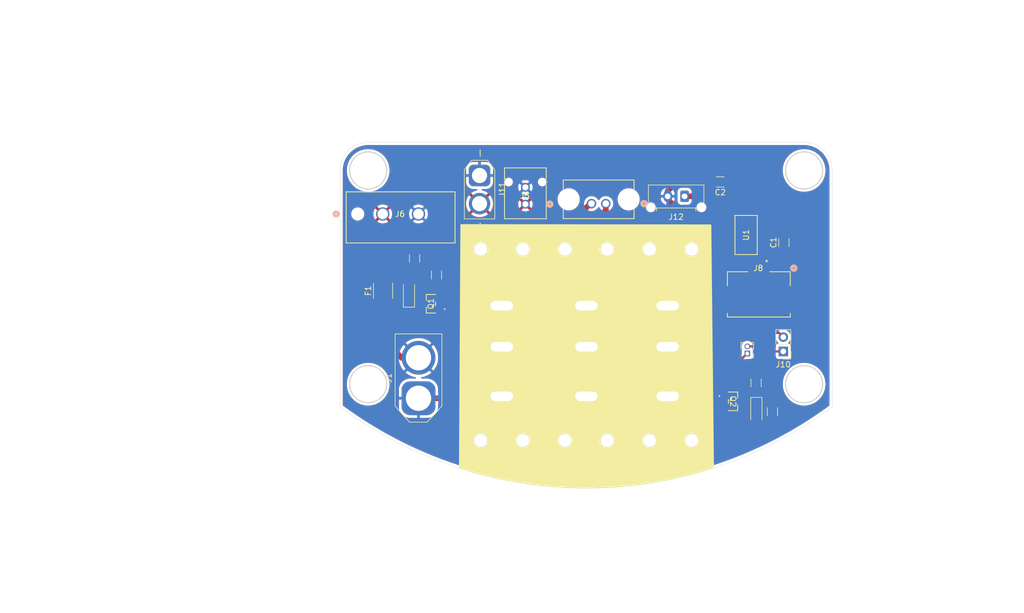
<source format=kicad_pcb>
(kicad_pcb (version 20240108) (generator "pcbnew") (generator_version "8.0")
  (layers (0 "F.Cu" signal) (31 "B.Cu" signal) (34 "B.Paste" user) (35 "F.Paste" user) (36 "B.SilkS" user "B.Silkscreen") (37 "F.SilkS" user "F.Silkscreen") (38 "B.Mask" user) (39 "F.Mask" user) (44 "Edge.Cuts" user))
  (net 0 "")
  (net 1 "Net-(DZ1-K)")
  (net 2 "Net-(DZ1-A)")
  (net 3 "GND")
  (net 4 "Net-(DZ2-A)")
  (net 5 "Net-(DZ2-K)")
  (net 6 "7v4")
  (net 8 "Net-(J2-Pin_1)")
  (net 9 "Net-(J2-Pin_2)")
  (net 11 "Net-(Q2-D)")
  (net 13 "Net-(J12-Pin_1)")
  (net 14 "Net-(J10-Pin_2)")
  (net 15 "Net-(J10-Pin_1)")
  (footprint "Resistor_SMD:R_1206_3216Metric" (layer "F.Cu") (at 132.866 147.9025 90)
    (property "Reference" "PWR_R2" (hide yes))
    (property "Value" "100k")
    (fp_line (start -0.727064 -0.91) (end 0.727064 -0.91) (stroke (width 0.12)) (layer "F.SilkS"))
    (fp_line (start -0.727064 0.91) (end 0.727064 0.91) (stroke (width 0.12)) (layer "F.SilkS"))
    (pad "1" smd roundrect (at -1.4625 0 90) (size 1.125 1.75) (layers "F.Cu" "F.Paste" "F.Mask") (roundrect_rratio 0.222222) (net 4 "Net-(DZ2-A)"))
    (pad "2" smd roundrect (at 1.4625 0 90) (size 1.125 1.75) (layers "F.Cu" "F.Paste" "F.Mask") (roundrect_rratio 0.222222) (net 15 "Net-(J10-Pin_1)"))
  )
  (footprint "footprints:CONN_70545-xxxx_02_MOL" (layer "F.Cu") (at 103.25 110.9)
    (property "Reference" "J2" (hide yes))
    (property "Value" "Screw_Terminal_01x02" (hide yes))
    (fp_circle (center 6.8072 0) (end 7.1882 0) (stroke (width 0.508)) (fill none) (layer "B.SilkS"))
    (fp_line (start -7.5692 -4.191) (end -7.5692 -2.581819) (stroke (width 0.1524)) (layer "F.SilkS"))
    (fp_line (start -7.5692 1.057819) (end -7.5692 2.667) (stroke (width 0.1524)) (layer "F.SilkS"))
    (fp_line (start -7.5692 2.667) (end 5.0292 2.667) (stroke (width 0.1524)) (layer "F.SilkS"))
    (fp_line (start 5.0292 -4.191) (end -7.5692 -4.191) (stroke (width 0.1524)) (layer "F.SilkS"))
    (fp_line (start 5.0292 -2.581819) (end 5.0292 -4.191) (stroke (width 0.1524)) (layer "F.SilkS"))
    (fp_line (start 5.0292 2.667) (end 5.0292 1.057819) (stroke (width 0.1524)) (layer "F.SilkS"))
    (fp_circle (center 6.8072 0) (end 7.1882 0) (stroke (width 0.508)) (fill none) (layer "F.SilkS"))
    (pad "" np_thru_hole circle (at -6.604 -0.762) (size 3.4544 3.4544) (drill 3.4544) (layers "F&B.Cu" "*.Mask"))
    (pad "" np_thru_hole circle (at 4.064 -0.762) (size 3.4544 3.4544) (drill 3.4544) (layers "F&B.Cu" "*.Mask"))
    (pad "1" thru_hole circle (at 0 0) (size 1.6764 1.6764) (drill 1.1684) (layers "*.Cu" "*.Mask") (net 8 "Net-(J2-Pin_1)"))
    (pad "2" thru_hole circle (at -2.54 0) (size 1.6764 1.6764) (drill 1.1684) (layers "*.Cu" "*.Mask") (net 9 "Net-(J2-Pin_2)"))
  )
  (footprint "Capacitor_SMD:C_1206_3216Metric" (layer "F.Cu") (at 129.966 142.7775 90)
    (property "Reference" "C7" (hide yes))
    (property "Value" "1uF")
    (fp_line (start -0.711252 -0.91) (end 0.711252 -0.91) (stroke (width 0.12)) (layer "F.SilkS"))
    (fp_line (start -0.711252 0.91) (end 0.711252 0.91) (stroke (width 0.12)) (layer "F.SilkS"))
    (pad "1" smd roundrect (at -1.475 0 90) (size 1.15 1.8) (layers "F.Cu" "F.Paste" "F.Mask") (roundrect_rratio 0.217391) (net 5 "Net-(DZ2-K)"))
    (pad "2" smd roundrect (at 1.475 0 90) (size 1.15 1.8) (layers "F.Cu" "F.Paste" "F.Mask") (roundrect_rratio 0.217391) (net 15 "Net-(J10-Pin_1)"))
  )
  (footprint "Library:Omrun_SS-01GL13" (layer "F.Cu") (at 114.25 136.35 90)
    (property "Reference" "SW3" (at 0 3.5 90) (layer "F.SilkS") (effects (font (thickness 0.1))))
    (property "Value" "SW_Nidec_CAS-120A1")
    (fp_rect (start -11 -3.25) (end 9 3.25) (stroke (width 0.1)) (fill none) (layer "F.SilkS"))
    (pad "1" thru_hole rect (at -8.8 0 90) (size 2.2 4.5) (drill oval 1.7 4) (layers "*.Cu" "*.Mask") (net 11 "Net-(Q2-D)"))
    (pad "2" thru_hole rect (at 0 0 90) (size 2.2 4.5) (drill oval 1.7 4) (layers "*.Cu" "*.Mask") (net 14 "Net-(J10-Pin_2)"))
    (pad "3" thru_hole rect (at 7.3 0 90) (size 2.2 4.5) (drill oval 1.7 4) (layers "*.Cu" "*.Mask"))
  )
  (footprint "Library:Omrun_SS-01GL13" (layer "F.Cu") (at 99.8 136.35 90)
    (property "Reference" "SW2" (at 0 3.5 90) (layer "F.SilkS") (effects (font (thickness 0.1))))
    (property "Value" "SW_Nidec_CAS-120A1")
    (fp_rect (start -11 -3.25) (end 9 3.25) (stroke (width 0.1)) (fill none) (layer "F.SilkS"))
    (pad "1" thru_hole rect (at -8.8 0 90) (size 2.2 4.5) (drill oval 1.7 4) (layers "*.Cu" "*.Mask") (net 8 "Net-(J2-Pin_1)"))
    (pad "2" thru_hole rect (at 0 0 90) (size 2.2 4.5) (drill oval 1.7 4) (layers "*.Cu" "*.Mask") (net 9 "Net-(J2-Pin_2)"))
    (pad "3" thru_hole rect (at 7.3 0 90) (size 2.2 4.5) (drill oval 1.7 4) (layers "*.Cu" "*.Mask"))
  )
  (footprint "Connector_AMASS:AMASS_XT30U-M_1x02_P5.0mm_Vertical" (layer "F.Cu") (at 80.8 105.9 -90)
    (property "Reference" "J11" (at 2.5 -4 90) (layer "F.SilkS"))
    (property "Value" "Screw_Terminal_01x02" (hide yes))
    (fp_line (start -1.01 2.71) (end 7.71 2.71) (stroke (width 0.12)) (layer "F.SilkS"))
    (fp_line (start -2.71 1.41) (end -1.01 2.71) (stroke (width 0.12)) (layer "F.SilkS"))
    (fp_line (start -2.71 -1.41) (end -2.71 1.41) (stroke (width 0.12)) (layer "F.SilkS"))
    (fp_line (start -2.71 -1.41) (end -1.01 -2.71) (stroke (width 0.12)) (layer "F.SilkS"))
    (fp_line (start -1.01 -2.71) (end 7.71 -2.71) (stroke (width 0.12)) (layer "F.SilkS"))
    (fp_line (start 7.71 -2.71) (end 7.71 2.71) (stroke (width 0.12)) (layer "F.SilkS"))
    (fp_text user "+" (at 9 0 90) (layer "F.SilkS") (effects (font (size 1.5 1.5))))
    (fp_text user "-" (at -4 0 90) (layer "F.SilkS") (effects (font (size 1.5 1.5))))
    (pad "1" thru_hole roundrect (at 0 0 270) (size 3.8 3.8) (drill 2.7) (layers "*.Cu" "*.Mask") (roundrect_rratio 0.2) (net 3 "GND"))
    (pad "2" thru_hole circle (at 5 0 270) (size 3.8 3.8) (drill 2.7) (layers "*.Cu" "*.Mask") (net 6 "7v4"))
  )
  (footprint "Connector_Molex:Molex_Micro-Fit_3.0_43650-0215_1x02_P3.00mm_Vertical" (layer "F.Cu") (at 117.25 109.6 180)
    (property "Reference" "J12" (at 1.5 -3.67 0) (layer "F.SilkS"))
    (property "Value" "Screw_Terminal_01x02" (hide yes))
    (fp_line (start 6.435 2.01) (end 6.435 -1.065) (stroke (width 0.12)) (layer "F.SilkS"))
    (fp_line (start 5.015 -2.08) (end 5.015 -2.58) (stroke (width 0.12)) (layer "F.SilkS"))
    (fp_line (start 5.015 -2.58) (end 4.995 -2.58) (stroke (width 0.12)) (layer "F.SilkS"))
    (fp_line (start -1.995 -2.58) (end -2.015 -2.58) (stroke (width 0.12)) (layer "F.SilkS"))
    (fp_line (start -2.015 -2.08) (end 5.015 -2.08) (stroke (width 0.12)) (layer "F.SilkS"))
    (fp_line (start -2.015 -2.58) (end -2.015 -2.08) (stroke (width 0.12)) (layer "F.SilkS"))
    (fp_line (start -3.435 2.01) (end 6.435 2.01) (stroke (width 0.12)) (layer "F.SilkS"))
    (fp_line (start -3.435 -1.065) (end -3.435 2.01) (stroke (width 0.12)) (layer "F.SilkS"))
    (pad "" np_thru_hole circle (at -3 -1.96 180) (size 1.27 1.27) (drill 1.27) (layers "*.Cu" "*.Mask"))
    (pad "" np_thru_hole circle (at 6 -1.96 180) (size 1.27 1.27) (drill 1.27) (layers "*.Cu" "*.Mask"))
    (pad "1" thru_hole roundrect (at 0 0 180) (size 1.5 2.02) (drill 1.02) (layers "*.Cu" "*.Mask") (roundrect_rratio 0.166667) (net 13 "Net-(J12-Pin_1)"))
    (pad "2" thru_hole oval (at 3 0 180) (size 1.5 2.02) (drill 1.02) (layers "*.Cu" "*.Mask") (net 3 "GND"))
  )
  (footprint "Diode_SMD:D_SOD-123" (layer "F.Cu") (at 130.016 147.7025 -90)
    (property "Reference" "DZ2" (hide yes))
    (property "Value" "SZMMSZ4679T1G" (hide yes))
    (fp_line (start -2.36 1) (end 1.65 1) (stroke (width 0.12)) (layer "F.SilkS"))
    (fp_line (start -2.36 -1) (end -2.36 1) (stroke (width 0.12)) (layer "F.SilkS"))
    (fp_line (start -2.36 -1) (end 1.65 -1) (stroke (width 0.12)) (layer "F.SilkS"))
    (pad "1" smd roundrect (at -1.65 0 270) (size 0.9 1.2) (layers "F.Cu" "F.Paste" "F.Mask") (net 5 "Net-(DZ2-K)"))
    (pad "2" smd roundrect (at 1.65 0 270) (size 0.9 1.2) (layers "F.Cu" "F.Paste" "F.Mask") (net 4 "Net-(DZ2-A)"))
  )
  (footprint "Connector_AMASS:AMASS_XT60-F_1x02_P7.20mm_Vertical" (layer "F.Cu") (at 69.95 145.5 90)
    (property "Reference" "J1" (at 3.6 -5.3 90) (layer "F.SilkS"))
    (property "Value" "Screw_Terminal_01x02" (hide yes))
    (fp_line (start 11.45 -4.15) (end -1.4 -4.15) (stroke (width 0.12)) (layer "F.SilkS"))
    (fp_line (start -1.4 -4.15) (end -4.25 -1.6) (stroke (width 0.12)) (layer "F.SilkS"))
    (fp_line (start -4.25 -1.6) (end -4.25 1.55) (stroke (width 0.12)) (layer "F.SilkS"))
    (fp_line (start -4.25 1.55) (end -1.4 4.15) (stroke (width 0.12)) (layer "F.SilkS"))
    (fp_line (start 11.45 4.15) (end 11.45 -4.15) (stroke (width 0.12)) (layer "F.SilkS"))
    (fp_line (start -1.4 4.15) (end 11.45 4.15) (stroke (width 0.12)) (layer "F.SilkS"))
    (pad "1" thru_hole roundrect (at 0 0 90) (size 6 6) (drill 4.5) (layers "*.Cu" "*.Mask") (net 3 "GND"))
    (pad "2" thru_hole circle (at 7.2 0 90) (size 6 6) (drill 4.5) (layers "*.Cu" "*.Mask") (net 3 "GND"))
  )
  (footprint "Capacitor_SMD:C_1206_3216Metric" (layer "F.Cu") (at 134.9 117.825 90)
    (property "Reference" "C1" (at 0 -1.85 90) (layer "F.SilkS"))
    (property "Value" "1uF")
    (fp_line (start -0.711252 -0.91) (end 0.711252 -0.91) (stroke (width 0.12)) (layer "F.SilkS"))
    (fp_line (start -0.711252 0.91) (end 0.711252 0.91) (stroke (width 0.12)) (layer "F.SilkS"))
    (pad "1" smd roundrect (at -1.475 0 90) (size 1.15 1.8) (layers "F.Cu" "F.Paste" "F.Mask") (roundrect_rratio 0.217391) (net 6 "7v4"))
    (pad "2" smd roundrect (at 1.475 0 90) (size 1.15 1.8) (layers "F.Cu" "F.Paste" "F.Mask") (roundrect_rratio 0.217391) (net 3 "GND"))
  )
  (footprint "3mm header 2x1:CONN_SD-44067-001_02_MOL" (layer "F.Cu") (at 88.95 110.9972)
    (property "Reference" "J5" (at -0.1016 -1.4986 0) (layer "F.SilkS"))
    (property "Value" "Screw_Terminal_01x02" (hide yes))
    (fp_arc (start 3.9624 0) (mid 4.3434 -0.381) (end 4.7244 0) (stroke (width 0.508)) (layer "B.SilkS"))
    (fp_arc (start 4.7244 0) (mid 4.3434 0.381) (end 3.9624 0) (stroke (width 0.508)) (layer "B.SilkS"))
    (fp_line (start -3.7084 -6.4516) (end -3.7084 -4.445) (stroke (width 0.1524)) (layer "F.SilkS"))
    (fp_line (start -3.7084 -3.429) (end -3.7084 2.5908) (stroke (width 0.1524)) (layer "F.SilkS"))
    (fp_line (start -3.7084 2.5908) (end 3.7084 2.5908) (stroke (width 0.1524)) (layer "F.SilkS"))
    (fp_line (start 3.7084 -6.4516) (end -3.7084 -6.4516) (stroke (width 0.1524)) (layer "F.SilkS"))
    (fp_line (start 3.7084 -4.445) (end 3.7084 -6.4516) (stroke (width 0.1524)) (layer "F.SilkS"))
    (fp_line (start 3.7084 2.5908) (end 3.7084 -3.429) (stroke (width 0.1524)) (layer "F.SilkS"))
    (fp_arc (start 3.9624 0) (mid 4.3434 -0.381) (end 4.7244 0) (stroke (width 0.508)) (layer "F.SilkS"))
    (fp_arc (start 4.7244 0) (mid 4.3434 0.381) (end 3.9624 0) (stroke (width 0.508)) (layer "F.SilkS"))
    (pad "" np_thru_hole circle (at -2.9972 -3.937) (size 1.0668 1.0668) (drill 1.0668) (layers "*.Cu" "*.Mask"))
    (pad "" np_thru_hole circle (at 2.9972 -3.937) (size 1.0668 1.0668) (drill 1.0668) (layers "*.Cu" "*.Mask"))
    (pad "1" thru_hole circle (at 0 0) (size 1.5748 1.5748) (drill 1.0668) (layers "*.Cu" "*.Mask") (net 6 "7v4"))
    (pad "2" thru_hole circle (at 0 -2.9972) (size 1.5748 1.5748) (drill 1.0668) (layers "*.Cu" "*.Mask") (net 3 "GND"))
  )
  (footprint "Fuse:Fuse_1812_4532Metric" (layer "F.Cu") (at 63.65 126.4 90)
    (property "Reference" "F1" (at 0 -2.65 90) (layer "F.SilkS"))
    (property "Value" "Polyfuse" (hide yes))
    (fp_line (start -1.386252 -1.71) (end 1.386252 -1.71) (stroke (width 0.12)) (layer "F.SilkS"))
    (fp_line (start -1.386252 1.71) (end 1.386252 1.71) (stroke (width 0.12)) (layer "F.SilkS"))
    (pad "1" smd roundrect (at -2.1375 0 90) (size 1.125 3.4) (layers "F.Cu" "F.Paste" "F.Mask") (roundrect_rratio 0.222222) (net 1 "Net-(DZ1-K)"))
    (pad "2" smd roundrect (at 2.1375 0 90) (size 1.125 3.4) (layers "F.Cu" "F.Paste" "F.Mask") (roundrect_rratio 0.222222) (net 6 "7v4"))
  )
  (footprint "Library:Omrun_SS-01GL13" (layer "F.Cu") (at 84.75 136.35 90)
    (property "Reference" "SW1" (at 0 3.5 90) (layer "F.SilkS") (effects (font (thickness 0.1))))
    (property "Value" "SW_Nidec_CAS-120A1")
    (fp_rect (start -11 -3.25) (end 9 3.25) (stroke (width 0.1)) (fill none) (layer "F.SilkS"))
    (pad "1" thru_hole rect (at -8.8 0 90) (size 2.2 4.5) (drill oval 1.7 4) (layers "*.Cu" "*.Mask") (net 3 "GND"))
    (pad "2" thru_hole rect (at 0 0 90) (size 2.2 4.5) (drill oval 1.7 4) (layers "*.Cu" "*.Mask") (net 3 "GND"))
    (pad "3" thru_hole rect (at 7.3 0 90) (size 2.2 4.5) (drill oval 1.7 4) (layers "*.Cu" "*.Mask"))
  )
  (footprint "Diode_SMD:D_SOD-123" (layer "F.Cu") (at 68.25 126.95 90)
    (property "Reference" "DZ1" (hide yes))
    (property "Value" "SZMMSZ4679T1G" (hide yes))
    (fp_line (start -2.36 -1) (end 1.65 -1) (stroke (width 0.12)) (layer "F.SilkS"))
    (fp_line (start -2.36 -1) (end -2.36 1) (stroke (width 0.12)) (layer "F.SilkS"))
    (fp_line (start -2.36 1) (end 1.65 1) (stroke (width 0.12)) (layer "F.SilkS"))
    (pad "1" smd roundrect (at -1.65 0 90) (size 0.9 1.2) (layers "F.Cu" "F.Paste" "F.Mask") (net 1 "Net-(DZ1-K)"))
    (pad "2" smd roundrect (at 1.65 0 90) (size 0.9 1.2) (layers "F.Cu" "F.Paste" "F.Mask") (net 2 "Net-(DZ1-A)"))
  )
  (footprint "Capacitor_SMD:C_1206_3216Metric" (layer "F.Cu") (at 123.6 107.05 180)
    (property "Reference" "C2" (at 0 -1.85 0) (layer "F.SilkS"))
    (property "Value" "1uF")
    (fp_line (start -0.711252 0.91) (end 0.711252 0.91) (stroke (width 0.12)) (layer "F.SilkS"))
    (fp_line (start -0.711252 -0.91) (end 0.711252 -0.91) (stroke (width 0.12)) (layer "F.SilkS"))
    (pad "1" smd roundrect (at -1.475 0 180) (size 1.15 1.8) (layers "F.Cu" "F.Paste" "F.Mask") (roundrect_rratio 0.217391) (net 13 "Net-(J12-Pin_1)"))
    (pad "2" smd roundrect (at 1.475 0 180) (size 1.15 1.8) (layers "F.Cu" "F.Paste" "F.Mask") (roundrect_rratio 0.217391) (net 3 "GND"))
  )
  (footprint "Connector_PinHeader_1.27mm:PinHeader_1x02_P1.27mm_Vertical" (layer "F.Cu") (at 128.4 137.55 180)
    (property "Reference" "J9" (hide yes))
    (property "Value" "Screw_Terminal_01x02" (hide yes))
    (fp_line (start 1.11 0.76) (end 1.11 1.965) (stroke (width 0.12)) (layer "F.SilkS"))
    (fp_line (start 0.563471 0.76) (end 1.11 0.76) (stroke (width 0.12)) (layer "F.SilkS"))
    (fp_line (start 0.30753 1.965) (end 1.11 1.965) (stroke (width 0.12)) (layer "F.SilkS"))
    (fp_line (start -1.11 1.965) (end -0.30753 1.965) (stroke (width 0.12)) (layer "F.SilkS"))
    (fp_line (start -1.11 0.76) (end -0.563471 0.76) (stroke (width 0.12)) (layer "F.SilkS"))
    (fp_line (start -1.11 0.76) (end -1.11 1.965) (stroke (width 0.12)) (layer "F.SilkS"))
    (fp_line (start -1.11 0) (end -1.11 -0.76) (stroke (width 0.12)) (layer "F.SilkS"))
    (fp_line (start -1.11 -0.76) (end 0 -0.76) (stroke (width 0.12)) (layer "F.SilkS"))
    (pad "1" thru_hole rect (at 0 0 180) (size 1 1) (drill 0.65) (layers "*.Cu" "*.Mask") (net 5 "Net-(DZ2-K)"))
    (pad "2" thru_hole oval (at 0 1.27 180) (size 1 1) (drill 0.65) (layers "*.Cu" "*.Mask") (net 15 "Net-(J10-Pin_1)"))
  )
  (footprint "Resistor_SMD:R_1206_3216Metric" (layer "F.Cu") (at 73.15 123.5875 90)
    (property "Reference" "PWR_R1" (hide yes))
    (property "Value" "100k" (hide yes))
    (fp_line (start -0.727064 -0.91) (end 0.727064 -0.91) (stroke (width 0.12)) (layer "F.SilkS"))
    (fp_line (start -0.727064 0.91) (end 0.727064 0.91) (stroke (width 0.12)) (layer "F.SilkS"))
    (pad "1" smd roundrect (at -1.4625 0 90) (size 1.125 1.75) (layers "F.Cu" "F.Paste" "F.Mask") (roundrect_rratio 0.222222) (net 2 "Net-(DZ1-A)"))
    (pad "2" smd roundrect (at 1.4625 0 90) (size 1.125 1.75) (layers "F.Cu" "F.Paste" "F.Mask") (roundrect_rratio 0.222222) (net 3 "GND"))
  )
  (footprint "footprints:CONN02_560020_MOL" (layer "F.Cu") (at 130.45 127.048903)
    (property "Reference" "J8" (at -0.1016 -4.6736 0) (layer "F.SilkS"))
    (property "Value" "Screw_Terminal_01x02" (hide yes))
    (fp_arc (start 5.842 -4.6736) (mid 6.223 -5.0546) (end 6.604 -4.6736) (stroke (width 0.508)) (layer "B.SilkS"))
    (fp_arc (start 6.604 -4.6736) (mid 6.223 -4.2926) (end 5.842 -4.6736) (stroke (width 0.508)) (layer "B.SilkS"))
    (fp_line (start -5.588 -4.0386) (end -5.588 -1.5494) (stroke (width 0.1524)) (layer "F.SilkS"))
    (fp_line (start -5.588 3.3528) (end -5.588 4.0132) (stroke (width 0.1524)) (layer "F.SilkS"))
    (fp_line (start -5.588 4.0132) (end 5.588 4.0132) (stroke (width 0.1524)) (layer "F.SilkS"))
    (fp_line (start -1.9558 -4.0386) (end -5.588 -4.0386) (stroke (width 0.1524)) (layer "F.SilkS"))
    (fp_line (start 5.588 -4.0386) (end 1.9558 -4.0386) (stroke (width 0.1524)) (layer "F.SilkS"))
    (fp_line (start 5.588 -1.5494) (end 5.588 -4.0386) (stroke (width 0.1524)) (layer "F.SilkS"))
    (fp_line (start 5.588 4.0132) (end 5.588 3.3528) (stroke (width 0.1524)) (layer "F.SilkS"))
    (fp_arc (start 5.842 -4.6736) (mid 6.223 -5.0546) (end 6.604 -4.6736) (stroke (width 0.508)) (layer "F.SilkS"))
    (fp_arc (start 6.604 -4.6736) (mid 6.223 -4.2926) (end 5.842 -4.6736) (stroke (width 0.508)) (layer "F.SilkS"))
    (pad "1" smd rect (at 1 -4.6789) (size 1.2446 2.2606) (layers "F.Cu" "F.Paste" "F.Mask") (net 6 "7v4"))
    (pad "2" smd rect (at -1 -4.6789) (size 1.2446 2.2606) (layers "F.Cu" "F.Paste" "F.Mask") (net 3 "GND"))
    (pad "3" smd rect (at -4.6 0.901097) (size 2.0574 4.2418) (layers "F.Cu" "F.Paste" "F.Mask"))
    (pad "4" smd rect (at 4.6 0.901097) (size 2.0574 4.2418) (layers "F.Cu" "F.Paste" "F.Mask"))
  )
  (footprint "Capacitor_SMD:C_1206_3216Metric" (layer "F.Cu") (at 69.25 120.625 -90)
    (property "Reference" "C8" (hide yes))
    (property "Value" "1uF")
    (fp_line (start -0.711252 0.91) (end 0.711252 0.91) (stroke (width 0.12)) (layer "F.SilkS"))
    (fp_line (start -0.711252 -0.91) (end 0.711252 -0.91) (stroke (width 0.12)) (layer "F.SilkS"))
    (pad "1" smd roundrect (at -1.475 0 270) (size 1.15 1.8) (layers "F.Cu" "F.Paste" "F.Mask") (roundrect_rratio 0.217391) (net 6 "7v4"))
    (pad "2" smd roundrect (at 1.475 0 270) (size 1.15 1.8) (layers "F.Cu" "F.Paste" "F.Mask") (roundrect_rratio 0.217391) (net 3 "GND"))
  )
  (footprint "NTR4101PT1G:SOT-23-3_1P4X3P040_ONS" (layer "F.Cu") (at 72.1579 128.7 90)
    (property "Reference" "Q1" (at 0 0 90) (layer "F.SilkS"))
    (property "Value" "NTR4101PT1G" (hide yes))
    (fp_line (start 1.651 -0.8255) (end 0.61214 -0.8255) (stroke (width 0.1524)) (layer "F.SilkS"))
    (fp_line (start -0.61214 -0.8255) (end -1.651 -0.8255) (stroke (width 0.1524)) (layer "F.SilkS"))
    (fp_line (start -1.651 -0.8255) (end -1.651 0.8255) (stroke (width 0.1524)) (layer "F.SilkS"))
    (fp_line (start 1.651 0.8255) (end 1.651 -0.8255) (stroke (width 0.1524)) (layer "F.SilkS"))
    (fp_line (start -0.34036 0.8255) (end 0.34036 0.8255) (stroke (width 0.1524)) (layer "F.SilkS"))
    (fp_circle (center -0.9525 2.4384) (end -0.8763 2.4384) (stroke (width 0.1524)) (fill none) (layer "F.SilkS"))
    (pad "1" smd rect (at -0.9525 1.016 90) (size 0.5588 1.3208) (layers "F.Cu" "F.Paste" "F.Mask") (net 3 "GND"))
    (pad "2" smd rect (at 0.9525 1.016 90) (size 0.5588 1.3208) (layers "F.Cu" "F.Paste" "F.Mask") (net 2 "Net-(DZ1-A)"))
    (pad "3" smd rect (at 0 -1.016 90) (size 0.5588 1.3208) (layers "F.Cu" "F.Paste" "F.Mask") (net 1 "Net-(DZ1-K)"))
  )
  (footprint "Connector_PinHeader_2.54mm:PinHeader_1x02_P2.54mm_Vertical" (layer "F.Cu") (at 134.8 137.175 180)
    (property "Reference" "J10" (at 0 -2.33 0) (layer "F.SilkS"))
    (property "Value" "Screw_Terminal_01x02" (hide yes))
    (fp_line (start 1.33 1.27) (end 1.33 3.87) (stroke (width 0.12)) (layer "F.SilkS"))
    (fp_line (start -1.33 3.87) (end 1.33 3.87) (stroke (width 0.12)) (layer "F.SilkS"))
    (fp_line (start -1.33 1.27) (end 1.33 1.27) (stroke (width 0.12)) (layer "F.SilkS"))
    (fp_line (start -1.33 1.27) (end -1.33 3.87) (stroke (width 0.12)) (layer "F.SilkS"))
    (fp_line (start -1.33 0) (end -1.33 -1.33) (stroke (width 0.12)) (layer "F.SilkS"))
    (fp_line (start -1.33 -1.33) (end 0 -1.33) (stroke (width 0.12)) (layer "F.SilkS"))
    (pad "1" thru_hole rect (at 0 0 180) (size 1.7 1.7) (drill 1) (layers "*.Cu" "*.Mask") (net 15 "Net-(J10-Pin_1)"))
    (pad "2" thru_hole oval (at 0 2.54 180) (size 1.7 1.7) (drill 1) (layers "*.Cu" "*.Mask") (net 14 "Net-(J10-Pin_2)"))
  )
  (footprint "NTR4101PT1G:SOT-23-3_1P4X3P040_ONS" (layer "F.Cu") (at 125.866 146.0525 -90)
    (property "Reference" "Q2" (at 0 0 -90) (layer "F.SilkS"))
    (property "Value" "NTR4101PT1G" (hide yes))
    (fp_line (start -0.34036 0.8255) (end 0.34036 0.8255) (stroke (width 0.1524)) (layer "F.SilkS"))
    (fp_line (start 1.651 0.8255) (end 1.651 -0.8255) (stroke (width 0.1524)) (layer "F.SilkS"))
    (fp_line (start -1.651 -0.8255) (end -1.651 0.8255) (stroke (width 0.1524)) (layer "F.SilkS"))
    (fp_line (start -0.61214 -0.8255) (end -1.651 -0.8255) (stroke (width 0.1524)) (layer "F.SilkS"))
    (fp_line (start 1.651 -0.8255) (end 0.61214 -0.8255) (stroke (width 0.1524)) (layer "F.SilkS"))
    (fp_circle (center -0.9525 2.4384) (end -0.8763 2.4384) (stroke (width 0.1524)) (fill none) (layer "F.SilkS"))
    (pad "1" smd rect (at -0.9525 1.016 270) (size 0.5588 1.3208) (layers "F.Cu" "F.Paste" "F.Mask") (net 11 "Net-(Q2-D)"))
    (pad "2" smd rect (at 0.9525 1.016 270) (size 0.5588 1.3208) (layers "F.Cu" "F.Paste" "F.Mask") (net 4 "Net-(DZ2-A)"))
    (pad "3" smd rect (at 0 -1.016 270) (size 0.5588 1.3208) (layers "F.Cu" "F.Paste" "F.Mask") (net 5 "Net-(DZ2-K)"))
  )
  (footprint "footprints:CONN_SDA_43255-00XX_02_MOL" (layer "F.Cu") (at 63.5934 112.7404)
    (property "Reference" "J6" (at 3.0734 0 0) (layer "F.SilkS"))
    (property "Value" "Screw_Terminal_01x02" (hide yes))
    (fp_arc (start -8.6614 0) (mid -8.2804 -0.381) (end -7.8994 0) (stroke (width 0.508)) (layer "B.SilkS"))
    (fp_arc (start -7.8994 0) (mid -8.2804 0.381) (end -8.6614 0) (stroke (width 0.508)) (layer "B.SilkS"))
    (fp_line (start -6.5024 -3.937) (end -6.5024 5.1562) (stroke (width 0.1524)) (layer "F.SilkS"))
    (fp_line (start -6.5024 5.1562) (end 12.8524 5.1562) (stroke (width 0.1524)) (layer "F.SilkS"))
    (fp_line (start 12.8524 -3.937) (end -6.5024 -3.937) (stroke (width 0.1524)) (layer "F.SilkS"))
    (fp_line (start 12.8524 5.1562) (end 12.8524 -3.937) (stroke (width 0.1524)) (layer "F.SilkS"))
    (fp_arc (start -8.6614 0) (mid -8.2804 -0.381) (end -7.8994 0) (stroke (width 0.508)) (layer "F.SilkS"))
    (fp_arc (start -7.8994 0) (mid -8.2804 0.381) (end -8.6614 0) (stroke (width 0.508)) (layer "F.SilkS"))
    (pad "" np_thru_hole circle (at -4.445 0) (size 1.8542 1.8542) (drill 1.8542) (layers "*.Cu" "*.Mask"))
    (pad "1" thru_hole circle (at 0 0) (size 2.3622 2.3622) (drill 1.8542) (layers "*.Cu" "*.Mask") (net 6 "7v4"))
    (pad "2" thru_hole circle (at 6.35 0) (size 2.3622 2.3622) (drill 1.8542) (layers "*.Cu" "*.Mask") (net 3 "GND"))
  )
  (footprint "fyuu:SOT-223_S_MCH" (layer "F.Cu") (at 128.1861 116.4778 90)
    (property "Reference" "U1" (at 0 0 90) (layer "F.SilkS"))
    (property "Value" "LDO_4v2-MIC5209-4.2YS-TR" (hide yes))
    (fp_line (start 3.4798 -1.9812) (end -3.4798 -1.9812) (stroke (width 0.1524)) (layer "F.SilkS"))
    (fp_line (start -3.4798 -1.9812) (end -3.4798 1.9812) (stroke (width 0.1524)) (layer "F.SilkS"))
    (fp_line (start 3.4798 1.9812) (end 3.4798 -1.9812) (stroke (width 0.1524)) (layer "F.SilkS"))
    (fp_line (start -3.4798 1.9812) (end 3.4798 1.9812) (stroke (width 0.1524)) (layer "F.SilkS"))
    (fp_circle (center -4.6228 3.6449) (end -4.4958 3.6449) (stroke (width 0.1524)) (fill none) (layer "F.SilkS"))
    (pad "1" smd rect (at -2.3 3.2639 90) (size 0.9144 1.4732) (layers "F.Cu" "F.Paste" "F.Mask") (net 6 "7v4"))
    (pad "2" smd rect (at 0 3.2639 90) (size 0.9144 1.4732) (layers "F.Cu" "F.Paste" "F.Mask") (net 3 "GND"))
    (pad "3" smd rect (at 2.3 3.2639 90) (size 0.9144 1.4732) (layers "F.Cu" "F.Paste" "F.Mask") (net 13 "Net-(J12-Pin_1)"))
    (pad "4" smd rect (at 0 -3.2639 90) (size 3.2004 1.4732) (layers "F.Cu" "F.Paste" "F.Mask") (net 3 "GND"))
  )
  (gr_circle (center 118.5 153) (end 119.7 153) (stroke (width 0.05)) (fill none) (layer "Edge.Cuts"))
  (gr_circle (center 138.5 143) (end 141.8 143) (stroke (width 0.2)) (fill none) (layer "Edge.Cuts"))
  (gr_circle (center 81 153) (end 82.2 153) (stroke (width 0.05)) (fill none) (layer "Edge.Cuts"))
  (gr_circle (center 96 119) (end 97.2 119) (stroke (width 0.05)) (fill none) (layer "Edge.Cuts"))
  (gr_line (start 143.5 105) (end 143.5 147.05) (stroke (width 0.05)) (layer "Edge.Cuts"))
  (gr_circle (center 88.5 153) (end 89.7 153) (stroke (width 0.05)) (fill none) (layer "Edge.Cuts"))
  (gr_circle (center 118.5 119) (end 119.7 119) (stroke (width 0.05)) (fill none) (layer "Edge.Cuts"))
  (gr_circle (center 103.5 119) (end 104.7 119) (stroke (width 0.05)) (fill none) (layer "Edge.Cuts"))
  (gr_circle (center 138.5 105) (end 141.8 105) (stroke (width 0.2)) (fill none) (layer "Edge.Cuts"))
  (gr_arc (start 56 105) (mid 57.464466 101.464466) (end 61 100) (stroke (width 0.05)) (layer "Edge.Cuts"))
  (gr_circle (center 61 143) (end 64.3 143) (stroke (width 0.2)) (fill none) (layer "Edge.Cuts"))
  (gr_circle (center 96 153) (end 97.2 153) (stroke (width 0.05)) (fill none) (layer "Edge.Cuts"))
  (gr_line (start 56 105) (end 56 147.05) (stroke (width 0.05)) (layer "Edge.Cuts"))
  (gr_circle (center 81 119) (end 82.2 119) (stroke (width 0.05)) (fill none) (layer "Edge.Cuts"))
  (gr_line (start 61 100) (end 138.5 100) (stroke (width 0.05)) (layer "Edge.Cuts"))
  (gr_arc (start 138.5 100) (mid 142.035534 101.464466) (end 143.5 105) (stroke (width 0.05)) (layer "Edge.Cuts"))
  (gr_circle (center 88.5 119) (end 89.7 119) (stroke (width 0.05)) (fill none) (layer "Edge.Cuts"))
  (gr_circle (center 111 153) (end 112.2 153) (stroke (width 0.05)) (fill none) (layer "Edge.Cuts"))
  (gr_arc (start 143.499999 147.049999) (mid 99.75 161.491256) (end 56.000001 147.049999) (stroke (width 0.05)) (layer "Edge.Cuts"))
  (gr_circle (center 61 105) (end 64.3 105) (stroke (width 0.2)) (fill none) (layer "Edge.Cuts"))
  (gr_circle (center 103.5 153) (end 104.7 153) (stroke (width 0.05)) (fill none) (layer "Edge.Cuts"))
  (gr_circle (center 111 119) (end 112.2 119) (stroke (width 0.05)) (fill none) (layer "Edge.Cuts"))
  (segment (start 68.35 128.7) (end 68.25 128.6) (width 1) (layer "F.Cu") (net 1))
  (segment (start 68.1875 128.5375) (end 68.25 128.6) (width 1) (layer "F.Cu") (net 1))
  (segment (start 63.65 128.5375) (end 68.1875 128.5375) (width 1) (layer "F.Cu") (net 1))
  (segment (start 71.1419 128.7) (end 68.35 128.7) (width 1) (layer "F.Cu") (net 1))
  (segment (start 73.15 125.05) (end 73.15 127.7236) (width 1) (layer "F.Cu") (net 2))
  (segment (start 73.15 127.7236) (end 73.1739 127.7475) (width 1) (layer "F.Cu") (net 2))
  (segment (start 68.25 125.3) (end 72.9 125.3) (width 1) (layer "F.Cu") (net 2))
  (segment (start 72.9 125.3) (end 73.15 125.05) (width 1) (layer "F.Cu") (net 2))
  (segment (start 69.95 145.5) (end 84.7 145.5) (width 1) (layer "F.Cu") (net 3))
  (segment (start 114.25 110.15) (end 120.5778 116.4778) (width 1) (layer "F.Cu") (net 3))
  (segment (start 61.9 122.1) (end 59.3 124.7) (width 1) (layer "F.Cu") (net 3))
  (segment (start 124.95 116.45) (end 124.9222 116.4778) (width 1) (layer "F.Cu") (net 3))
  (segment (start 59.3 124.7) (end 59.3 130.65) (width 1) (layer "F.Cu") (net 3))
  (segment (start 129.45 121.0056) (end 124.9222 116.4778) (width 1) (layer "F.Cu") (net 3))
  (segment (start 115.85 107.05) (end 114.25 108.65) (width 1) (layer "F.Cu") (net 3))
  (segment (start 114.25 109.6) (end 114.25 110.15) (width 1) (layer "F.Cu") (net 3))
  (segment (start 120.5778 116.4778) (end 124.9222 116.4778) (width 1) (layer "F.Cu") (net 3))
  (segment (start 69.275 122.125) (end 69.25 122.1) (width 1) (layer "F.Cu") (net 3))
  (segment (start 59.3 130.65) (end 66.95 138.3) (width 1) (layer "F.Cu") (net 3))
  (segment (start 77.8025 129.6525) (end 73.1739 129.6525) (width 1) (layer "F.Cu") (net 3))
  (segment (start 69.25 122.1) (end 61.9 122.1) (width 1) (layer "F.Cu") (net 3))
  (segment (start 114.25 108.65) (end 114.25 109.6) (width 1) (layer "F.Cu") (net 3))
  (segment (start 84.75 136.6) (end 77.8025 129.6525) (width 1) (layer "F.Cu") (net 3))
  (segment (start 129.45 122.370003) (end 129.45 121.0056) (width 1) (layer "F.Cu") (net 3))
  (segment (start 73.15 122.125) (end 69.275 122.125) (width 1) (layer "F.Cu") (net 3))
  (segment (start 84.75 136.65) (end 84.75 136.6) (width 1) (layer "F.Cu") (net 3))
  (segment (start 66.95 138.3) (end 69.95 138.3) (width 1) (layer "F.Cu") (net 3))
  (segment (start 122.125 107.05) (end 115.85 107.05) (width 1) (layer "F.Cu") (net 3))
  (segment (start 131.45 116.4778) (end 124.9222 116.4778) (width 1) (layer "F.Cu") (net 3))
  (segment (start 84.7 145.5) (end 84.75 145.45) (width 1) (layer "F.Cu") (net 3))
  (segment (start 124.85 147.005) (end 127.21 149.365) (width 0.4) (layer "F.Cu") (net 4))
  (segment (start 127.21 149.365) (end 132.866 149.365) (width 0.4) (layer "F.Cu") (net 4))
  (segment (start 129.966 146.0025) (end 130.016 146.0525) (width 0.4) (layer "F.Cu") (net 5))
  (segment (start 128.35 137.55) (end 128.4 137.55) (width 0.4) (layer "F.Cu") (net 5))
  (segment (start 126.882 146.0525) (end 126.882 139.018) (width 0.4) (layer "F.Cu") (net 5))
  (segment (start 126.882 146.0525) (end 130.016 146.0525) (width 0.4) (layer "F.Cu") (net 5))
  (segment (start 129.9716 146.7) (end 129.9741 146.7025) (width 0.4) (layer "F.Cu") (net 5))
  (segment (start 129.966 144.2525) (end 129.966 146.0025) (width 0.4) (layer "F.Cu") (net 5))
  (segment (start 129.966 146.6944) (end 129.9741 146.7025) (width 0.4) (layer "F.Cu") (net 5))
  (segment (start 126.882 139.018) (end 128.35 137.55) (width 0.4) (layer "F.Cu") (net 5))
  (segment (start 103.25 112.15) (end 103.25 110.9) (width 1) (layer "F.Cu") (net 8))
  (segment (start 99.8 145.15) (end 104.5 140.45) (width 1) (layer "F.Cu") (net 8))
  (segment (start 104.5 126.55) (end 101.297559 123.347559) (width 1) (layer "F.Cu") (net 8))
  (segment (start 101.297559 123.347559) (end 101.297559 114.102441) (width 1) (layer "F.Cu") (net 8))
  (segment (start 104.5 140.45) (end 104.5 126.55) (width 1) (layer "F.Cu") (net 8))
  (segment (start 101.297559 114.102441) (end 103.25 112.15) (width 1) (layer "F.Cu") (net 8))
  (segment (start 100.5 110.9) (end 100.71 110.9) (width 1) (layer "F.Cu") (net 9))
  (segment (start 98.9 123.65) (end 98.8696 123.6196) (width 1) (layer "F.Cu") (net 9))
  (segment (start 98.9 112.5) (end 100.5 110.9) (width 1) (layer "F.Cu") (net 9))
  (segment (start 95.25 131.8) (end 99.8 136.35) (width 1) (layer "F.Cu") (net 9))
  (segment (start 98.9 123.65) (end 95.25 127.3) (width 1) (layer "F.Cu") (net 9))
  (segment (start 95.25 127.3) (end 95.25 131.8) (width 1) (layer "F.Cu") (net 9))
  (segment (start 98.9 123.65) (end 98.9 112.5) (width 1) (layer "F.Cu") (net 9))
  (segment (start 114.25 145.15) (end 124.8 145.15) (width 0.4) (layer "F.Cu") (net 11))
  (segment (start 125.075 109.025) (end 125.075 107.05) (width 1) (layer "F.Cu") (net 13))
  (segment (start 125.1 109.6) (end 117.25 109.6) (width 1) (layer "F.Cu") (net 13))
  (segment (start 128.25 109.6) (end 131.45 112.8) (width 1) (layer "F.Cu") (net 13))
  (segment (start 125.1 109.05) (end 125.075 109.025) (width 1) (layer "F.Cu") (net 13))
  (segment (start 125.1 109.6) (end 125.1 109.05) (width 1) (layer "F.Cu") (net 13))
  (segment (start 125.1 109.6) (end 128.25 109.6) (width 1) (layer "F.Cu") (net 13))
  (segment (start 131.45 112.8) (end 131.45 114.1778) (width 1) (layer "F.Cu") (net 13))
  (segment (start 114.25 136.35) (end 116.7125 133.8875) (width 0.4) (layer "F.Cu") (net 14))
  (segment (start 116.7125 133.8875) (end 134.0525 133.8875) (width 0.4) (layer "F.Cu") (net 14))
  (segment (start 134.0525 133.8875) (end 134.8 134.635) (width 0.4) (layer "F.Cu") (net 14))
  (segment (start 130.275 137.175) (end 134.8 137.175) (width 0.4) (layer "F.Cu") (net 15))
  (segment (start 130.2 137.15) (end 129.966 136.916) (width 0.4) (layer "F.Cu") (net 15))
  (segment (start 131.266 141.3025) (end 131.6975 141.3025) (width 0.4) (layer "F.Cu") (net 15))
  (segment (start 129.966 136.916) (end 130.25 137.2) (width 0.4) (layer "F.Cu") (net 15))
  (segment (start 130.2 141.0685) (end 130.2 137.15) (width 0.4) (layer "F.Cu") (net 15))
  (segment (start 132.866 146.44) (end 132.866 142.9025) (width 0.4) (layer "F.Cu") (net 15))
  (segment (start 131.266 141.3025) (end 131.066 141.3025) (width 0.4) (layer "F.Cu") (net 15))
  (segment (start 131.066 141.3025) (end 129.966 141.3025) (width 0.4) (layer "F.Cu") (net 15))
  (segment (start 129.966 141.3025) (end 130.2 141.0685) (width 0.4) (layer "F.Cu") (net 15))
  (segment (start 129.33 136.28) (end 128.4 136.28) (width 0.4) (layer "F.Cu") (net 15))
  (segment (start 130.25 137.2) (end 130.275 137.175) (width 0.4) (layer "F.Cu") (net 15))
  (segment (start 129.966 136.916) (end 129.33 136.28) (width 0.4) (layer "F.Cu") (net 15))
  (segment (start 132.866 142.9025) (end 131.266 141.3025) (width 0.4) (layer "F.Cu") (net 15))
  (zone (net 6) (net_name "7v4") (layer "F.Cu") (connect_pads (clearance 0.5)) (min_thickness 0.25) (fill yes (thermal_gap 0.5) (thermal_bridge_width 0.5) (island_removal_mode 1) (island_area_min 10))
    (polygon (pts (xy 26.95 76.7) (xy 176.35 74.7) (xy 177.55 183.55) (xy 23.6 182.85) (xy 25.45 77.7)))
  )
  (zone (net 3) (net_name "GND") (layer "B.Cu") (priority 1) (connect_pads (clearance 0.5)) (min_thickness 0.25) (fill yes (thermal_gap 0.5) (thermal_bridge_width 0.5) (island_removal_mode 1) (island_area_min 10))
    (polygon (pts (xy 24.7 76.95) (xy 176.35 74.7) (xy 177.6 183.7) (xy 23.2 183.2) (xy 24.45 86.45)))
  )
  (zone (net 0) (net_name "") (layer "F.SilkS") (connect_pads (clearance 0.5)) (min_thickness 0.25) (fill yes (thermal_gap 0.5) (thermal_bridge_width 0.5) (island_removal_mode 1) (island_area_min 10))
    (polygon (pts (xy 77.130033 160.699935) (xy 77.4 114.55) (xy 122 114.6) (xy 122.530033 162.899935) (xy 99 164)))
  )
)
</source>
